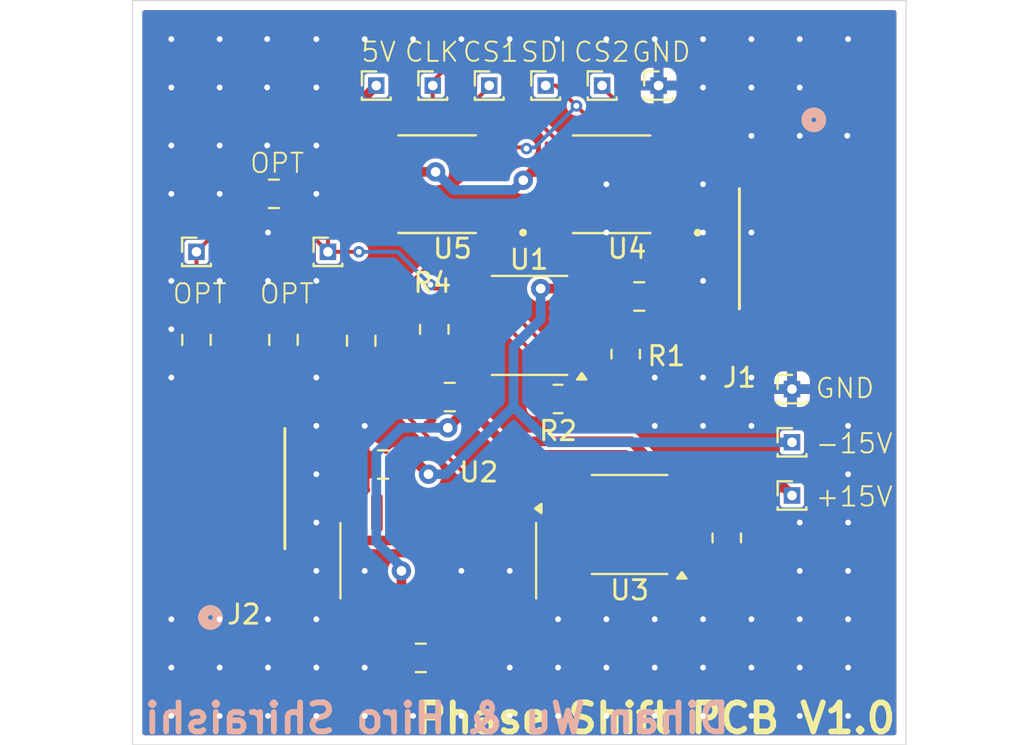
<source format=kicad_pcb>
(kicad_pcb (version 20241229) (generator "pcbnew") (generator_version "9.0")
  (layers (0 "F.Cu" signal) (2 "B.Cu" signal) (13 "F.Paste" user) (15 "B.Paste" user) (5 "F.SilkS" user "F.Silkscreen") (7 "B.SilkS" user "B.Silkscreen") (1 "F.Mask" user) (3 "B.Mask" user) (25 "Edge.Cuts" user))
  (net 0 "")
  (net 1 "Net-(C1-Pad1)")
  (net 2 "Net-(U1B--)")
  (net 3 "GND")
  (net 4 "Net-(R5-Pad2)")
  (net 5 "Net-(R5-Pad1)")
  (net 6 "-15V")
  (net 7 "+15V")
  (net 8 "Net-(U1A--)")
  (net 9 "Net-(U2C-+)")
  (net 20 "Net-(J3-Pin_1)")
  (net 21 "Net-(J2-Pad1)")
  (net 22 "/W1")
  (net 23 "+5V")
  (net 24 "CLK")
  (net 25 "SDI")
  (net 26 "/W2")
  (net 29 "Net-(J10-Pin_1)")
  (net 30 "Net-(J12-Pin_1)")
  (footprint "Connector_PinHeader_1.00mm:PinHeader_1x01_P1.00mm_Vertical" (layer "F.Cu") (at 38.1 66)
    (property "Reference" "J4" (hide yes))
    (property "Value" "Conn_01x01_Socket")
    (fp_line (start -0.745 -0.735) (end 0 -0.735) (stroke (width 0.12)) (layer "F.SilkS"))
    (fp_line (start -0.745 0) (end -0.745 -0.735) (stroke (width 0.12)) (layer "F.SilkS"))
    (fp_line (start -0.745 0.735) (end -0.745 0.61) (stroke (width 0.12)) (layer "F.SilkS"))
    (fp_line (start -0.745 0.735) (end -0.685565 0.735) (stroke (width 0.12)) (layer "F.SilkS"))
    (fp_line (start -0.745 0.735) (end 0.745 0.735) (stroke (width 0.12)) (layer "F.SilkS"))
    (fp_line (start 0.685565 0.735) (end 0.745 0.735) (stroke (width 0.12)) (layer "F.SilkS"))
    (fp_line (start 0.745 0.735) (end 0.745 0.61) (stroke (width 0.12)) (layer "F.SilkS"))
    (pad "1" thru_hole rect (at 0 0) (size 0.85 0.85) (drill 0.5) (layers "*.Cu" "*.Mask") (net 22 "/W1"))
  )
  (footprint "Capacitor_SMD:C_0805_2012Metric" (layer "F.Cu") (at 39.82 70.6 90)
    (property "Reference" "C1" (hide yes))
    (property "Value" "1n")
    (fp_line (start -0.261252 -0.735) (end 0.261252 -0.735) (stroke (width 0.12)) (layer "F.SilkS"))
    (fp_line (start -0.261252 0.735) (end 0.261252 0.735) (stroke (width 0.12)) (layer "F.SilkS"))
    (pad "1" smd roundrect (at -0.95 0 90) (size 1 1.45) (layers "F.Cu" "F.Mask" "F.Paste") (net 1 "Net-(C1-Pad1)"))
    (pad "2" smd roundrect (at 0.95 0 90) (size 1 1.45) (layers "F.Cu" "F.Mask" "F.Paste") (net 20 "Net-(J3-Pin_1)"))
  )
  (footprint "Capacitor_SMD:C_0805_2012Metric" (layer "F.Cu") (at 31.3 70.55 90)
    (property "Reference" "C4" (hide yes))
    (property "Value" "Alt2")
    (fp_line (start -0.261252 -0.735) (end 0.261252 -0.735) (stroke (width 0.12)) (layer "F.SilkS"))
    (fp_line (start -0.261252 0.735) (end 0.261252 0.735) (stroke (width 0.12)) (layer "F.SilkS"))
    (pad "1" smd roundrect (at -0.95 0 90) (size 1 1.45) (layers "F.Cu" "F.Mask" "F.Paste") (net 1 "Net-(C1-Pad1)"))
    (pad "2" smd roundrect (at 0.95 0 90) (size 1 1.45) (layers "F.Cu" "F.Mask" "F.Paste") (net 20 "Net-(J3-Pin_1)"))
  )
  (footprint "Connector_PinHeader_1.00mm:PinHeader_1x01_P1.00mm_Vertical" (layer "F.Cu") (at 52.28 57.4)
    (property "Reference" "J12" (hide yes))
    (property "Value" "Conn_01x01_Socket")
    (fp_line (start -0.745 -0.735) (end 0 -0.735) (stroke (width 0.12)) (layer "F.SilkS"))
    (fp_line (start -0.745 0) (end -0.745 -0.735) (stroke (width 0.12)) (layer "F.SilkS"))
    (fp_line (start -0.745 0.735) (end -0.745 0.61) (stroke (width 0.12)) (layer "F.SilkS"))
    (fp_line (start -0.745 0.735) (end -0.685565 0.735) (stroke (width 0.12)) (layer "F.SilkS"))
    (fp_line (start -0.745 0.735) (end 0.745 0.735) (stroke (width 0.12)) (layer "F.SilkS"))
    (fp_line (start 0.685565 0.735) (end 0.745 0.735) (stroke (width 0.12)) (layer "F.SilkS"))
    (fp_line (start 0.745 0.735) (end 0.745 0.61) (stroke (width 0.12)) (layer "F.SilkS"))
    (pad "1" thru_hole rect (at 0 0) (size 0.85 0.85) (drill 0.5) (layers "*.Cu" "*.Mask") (net 30 "Net-(J12-Pin_1)"))
  )
  (footprint "Connector_PinHeader_1.00mm:PinHeader_1x01_P1.00mm_Vertical" (layer "F.Cu") (at 43.52 57.4)
    (property "Reference" "J9" (hide yes))
    (property "Value" "Conn_01x01_Socket")
    (fp_line (start -0.745 -0.735) (end 0 -0.735) (stroke (width 0.12)) (layer "F.SilkS"))
    (fp_line (start -0.745 0) (end -0.745 -0.735) (stroke (width 0.12)) (layer "F.SilkS"))
    (fp_line (start -0.745 0.735) (end -0.745 0.61) (stroke (width 0.12)) (layer "F.SilkS"))
    (fp_line (start -0.745 0.735) (end -0.685565 0.735) (stroke (width 0.12)) (layer "F.SilkS"))
    (fp_line (start -0.745 0.735) (end 0.745 0.735) (stroke (width 0.12)) (layer "F.SilkS"))
    (fp_line (start 0.685565 0.735) (end 0.745 0.735) (stroke (width 0.12)) (layer "F.SilkS"))
    (fp_line (start 0.745 0.735) (end 0.745 0.61) (stroke (width 0.12)) (layer "F.SilkS"))
    (pad "1" thru_hole rect (at 0 0) (size 0.85 0.85) (drill 0.5) (layers "*.Cu" "*.Mask") (net 24 "CLK"))
  )
  (footprint "Connector_PinHeader_1.00mm:PinHeader_1x01_P1.00mm_Vertical" (layer "F.Cu") (at 46.44 57.4)
    (property "Reference" "J10" (hide yes))
    (property "Value" "Conn_01x01_Socket")
    (fp_line (start -0.745 -0.735) (end 0 -0.735) (stroke (width 0.12)) (layer "F.SilkS"))
    (fp_line (start -0.745 0) (end -0.745 -0.735) (stroke (width 0.12)) (layer "F.SilkS"))
    (fp_line (start -0.745 0.735) (end -0.745 0.61) (stroke (width 0.12)) (layer "F.SilkS"))
    (fp_line (start -0.745 0.735) (end -0.685565 0.735) (stroke (width 0.12)) (layer "F.SilkS"))
    (fp_line (start -0.745 0.735) (end 0.745 0.735) (stroke (width 0.12)) (layer "F.SilkS"))
    (fp_line (start 0.685565 0.735) (end 0.745 0.735) (stroke (width 0.12)) (layer "F.SilkS"))
    (fp_line (start 0.745 0.735) (end 0.745 0.61) (stroke (width 0.12)) (layer "F.SilkS"))
    (pad "1" thru_hole rect (at 0 0) (size 0.85 0.85) (drill 0.5) (layers "*.Cu" "*.Mask") (net 29 "Net-(J10-Pin_1)"))
  )
  (footprint "Resistor_SMD:R_0805_2012Metric" (layer "F.Cu") (at 58.725 80.795 -90)
    (property "Reference" "R5" (hide yes))
    (property "Value" "130")
    (fp_line (start -0.227064 0.735) (end 0.227064 0.735) (stroke (width 0.12)) (layer "F.SilkS"))
    (fp_line (start -0.227064 -0.735) (end 0.227064 -0.735) (stroke (width 0.12)) (layer "F.SilkS"))
    (pad "1" smd roundrect (at -0.9125 0 270) (size 1.025 1.4) (layers "F.Cu" "F.Mask" "F.Paste") (roundrect_rratio 0.243902) (net 5 "Net-(R5-Pad1)"))
    (pad "2" smd roundrect (at 0.9125 0 270) (size 1.025 1.4) (layers "F.Cu" "F.Mask" "F.Paste") (roundrect_rratio 0.243902) (net 4 "Net-(R5-Pad2)"))
  )
  (footprint "Resistor_SMD:R_0805_2012Metric" (layer "F.Cu") (at 50 73.61 180)
    (property "Reference" "R2" (at 0 -1.65 0) (layer "F.SilkS"))
    (property "Value" "1000")
    (fp_line (start -0.227064 0.735) (end 0.227064 0.735) (stroke (width 0.12)) (layer "F.SilkS"))
    (fp_line (start -0.227064 -0.735) (end 0.227064 -0.735) (stroke (width 0.12)) (layer "F.SilkS"))
    (pad "1" smd roundrect (at -0.9125 0 180) (size 1.025 1.4) (layers "F.Cu" "F.Mask" "F.Paste") (roundrect_rratio 0.243902) (net 1 "Net-(C1-Pad1)"))
    (pad "2" smd roundrect (at 0.9125 0 180) (size 1.025 1.4) (layers "F.Cu" "F.Mask" "F.Paste") (roundrect_rratio 0.243902) (net 2 "Net-(U1B--)"))
  )
  (footprint "Connector_PinHeader_1.00mm:PinHeader_1x01_P1.00mm_Vertical" (layer "F.Cu") (at 40.6 57.4)
    (property "Reference" "J8" (hide yes))
    (property "Value" "Conn_01x01_Socket")
    (fp_line (start -0.745 -0.735) (end 0 -0.735) (stroke (width 0.12)) (layer "F.SilkS"))
    (fp_line (start -0.745 0) (end -0.745 -0.735) (stroke (width 0.12)) (layer "F.SilkS"))
    (fp_line (start -0.745 0.735) (end -0.745 0.61) (stroke (width 0.12)) (layer "F.SilkS"))
    (fp_line (start -0.745 0.735) (end -0.685565 0.735) (stroke (width 0.12)) (layer "F.SilkS"))
    (fp_line (start -0.745 0.735) (end 0.745 0.735) (stroke (width 0.12)) (layer "F.SilkS"))
    (fp_line (start 0.685565 0.735) (end 0.745 0.735) (stroke (width 0.12)) (layer "F.SilkS"))
    (fp_line (start 0.745 0.735) (end 0.745 0.61) (stroke (width 0.12)) (layer "F.SilkS"))
    (pad "1" thru_hole rect (at 0 0) (size 0.85 0.85) (drill 0.5) (layers "*.Cu" "*.Mask") (net 23 "+5V"))
  )
  (footprint "Capacitor_SMD:C_0805_2012Metric" (layer "F.Cu") (at 40.95 77 180)
    (property "Reference" "C7" (hide yes))
    (property "Value" "100n")
    (fp_line (start -0.261252 0.735) (end 0.261252 0.735) (stroke (width 0.12)) (layer "F.SilkS"))
    (fp_line (start -0.261252 -0.735) (end 0.261252 -0.735) (stroke (width 0.12)) (layer "F.SilkS"))
    (pad "1" smd roundrect (at -0.95 0 180) (size 1 1.45) (layers "F.Cu" "F.Mask" "F.Paste") (net 6 "-15V"))
    (pad "2" smd roundrect (at 0.95 0 180) (size 1 1.45) (layers "F.Cu" "F.Mask" "F.Paste") (net 3 "GND"))
  )
  (footprint "Connector_PinHeader_1.00mm:PinHeader_1x01_P1.00mm_Vertical" (layer "F.Cu") (at 62.1 75.85)
    (property "Reference" "J6" (hide yes))
    (property "Value" "Conn_01x01_Pin")
    (fp_line (start -0.745 -0.735) (end 0 -0.735) (stroke (width 0.12)) (layer "F.SilkS"))
    (fp_line (start -0.745 0) (end -0.745 -0.735) (stroke (width 0.12)) (layer "F.SilkS"))
    (fp_line (start -0.745 0.735) (end -0.745 0.61) (stroke (width 0.12)) (layer "F.SilkS"))
    (fp_line (start -0.745 0.735) (end -0.685565 0.735) (stroke (width 0.12)) (layer "F.SilkS"))
    (fp_line (start -0.745 0.735) (end 0.745 0.735) (stroke (width 0.12)) (layer "F.SilkS"))
    (fp_line (start 0.685565 0.735) (end 0.745 0.735) (stroke (width 0.12)) (layer "F.SilkS"))
    (fp_line (start 0.745 0.735) (end 0.745 0.61) (stroke (width 0.12)) (layer "F.SilkS"))
    (pad "1" thru_hole rect (at 0 0) (size 0.85 0.85) (drill 0.5) (layers "*.Cu" "*.Mask") (net 6 "-15V"))
  )
  (footprint "Capacitor_SMD:C_0805_2012Metric" (layer "F.Cu") (at 35.8 70.55 90)
    (property "Reference" "C2" (hide yes))
    (property "Value" "Alt1")
    (fp_line (start -0.261252 -0.735) (end 0.261252 -0.735) (stroke (width 0.12)) (layer "F.SilkS"))
    (fp_line (start -0.261252 0.735) (end 0.261252 0.735) (stroke (width 0.12)) (layer "F.SilkS"))
    (pad "1" smd roundrect (at -0.95 0 90) (size 1 1.45) (layers "F.Cu" "F.Mask" "F.Paste") (net 1 "Net-(C1-Pad1)"))
    (pad "2" smd roundrect (at 0.95 0 90) (size 1 1.45) (layers "F.Cu" "F.Mask" "F.Paste") (net 20 "Net-(J3-Pin_1)"))
  )
  (footprint "Library:CONN_132414_AMP" (layer "F.Cu") (at 66.6435 65.8418 -90)
    (property "Reference" "J1" (at 6.6582 7.2644 0) (layer "F.SilkS"))
    (property "Value" "SMA-J-P-H-ST-EM1")
    (fp_line (start -3.10896 7.2644) (end 3.10896 7.2644) (stroke (width 0.1524)) (layer "F.SilkS"))
    (fp_circle (center -6.6675 3.4163) (end -6.2865 3.4163) (stroke (width 0.508)) (fill no) (layer "F.SilkS"))
    (fp_circle (center -6.6675 3.4163) (end -6.2865 3.4163) (stroke (width 0.508)) (fill no) (layer "B.SilkS"))
    (pad "1" smd rect (at 0 3.4163 270) (size 1.4986 2.0574) (layers "F.Cu" "F.Mask" "F.Paste") (net 8 "Net-(U1A--)"))
    (pad "2" smd rect (at -4.2418 5.1435 270) (size 1.6002 4.9022) (layers "F.Cu" "F.Mask" "F.Paste") (net 3 "GND"))
    (pad "3" smd rect (at 4.2418 5.1435 270) (size 1.6002 4.9022) (layers "F.Cu" "F.Mask" "F.Paste") (net 3 "GND"))
  )
  (footprint "Capacitor_SMD:C_0805_2012Metric" (layer "F.Cu") (at 35.3 63)
    (property "Reference" "C3" (hide yes))
    (property "Value" "Alt")
    (fp_line (start -0.261252 -0.735) (end 0.261252 -0.735) (stroke (width 0.12)) (layer "F.SilkS"))
    (fp_line (start -0.261252 0.735) (end 0.261252 0.735) (stroke (width 0.12)) (layer "F.SilkS"))
    (pad "1" smd roundrect (at -0.95 0) (size 1 1.45) (layers "F.Cu" "F.Mask" "F.Paste") (net 20 "Net-(J3-Pin_1)"))
    (pad "2" smd roundrect (at 0.95 0) (size 1 1.45) (layers "F.Cu" "F.Mask" "F.Paste") (net 22 "/W1"))
  )
  (footprint "Connector_PinHeader_1.00mm:PinHeader_1x01_P1.00mm_Vertical" (layer "F.Cu") (at 49.36 57.4)
    (property "Reference" "J11" (hide yes))
    (property "Value" "Conn_01x01_Socket")
    (fp_line (start -0.745 -0.735) (end 0 -0.735) (stroke (width 0.12)) (layer "F.SilkS"))
    (fp_line (start -0.745 0) (end -0.745 -0.735) (stroke (width 0.12)) (layer "F.SilkS"))
    (fp_line (start -0.745 0.735) (end -0.745 0.61) (stroke (width 0.12)) (layer "F.SilkS"))
    (fp_line (start -0.745 0.735) (end -0.685565 0.735) (stroke (width 0.12)) (layer "F.SilkS"))
    (fp_line (start -0.745 0.735) (end 0.745 0.735) (stroke (width 0.12)) (layer "F.SilkS"))
    (fp_line (start 0.685565 0.735) (end 0.745 0.735) (stroke (width 0.12)) (layer "F.SilkS"))
    (fp_line (start 0.745 0.735) (end 0.745 0.61) (stroke (width 0.12)) (layer "F.SilkS"))
    (pad "1" thru_hole rect (at 0 0) (size 0.85 0.85) (drill 0.5) (layers "*.Cu" "*.Mask") (net 25 "SDI"))
  )
  (footprint "Capacitor_SMD:C_0805_2012Metric" (layer "F.Cu") (at 44.4 73.51 180)
    (property "Reference" "C5" (hide yes))
    (property "Value" "100n")
    (fp_line (start -0.261252 0.735) (end 0.261252 0.735) (stroke (width 0.12)) (layer "F.SilkS"))
    (fp_line (start -0.261252 -0.735) (end 0.261252 -0.735) (stroke (width 0.12)) (layer "F.SilkS"))
    (pad "1" smd roundrect (at -0.95 0 180) (size 1 1.45) (layers "F.Cu" "F.Mask" "F.Paste") (net 7 "+15V"))
    (pad "2" smd roundrect (at 0.95 0 180) (size 1 1.45) (layers "F.Cu" "F.Mask" "F.Paste") (net 3 "GND"))
  )
  (footprint "Connector_PinHeader_1.00mm:PinHeader_1x01_P1.00mm_Vertical" (layer "F.Cu") (at 62.1 78.6)
    (property "Reference" "J7" (hide yes))
    (property "Value" "Conn_01x01_Pin")
    (fp_line (start -0.745 -0.735) (end 0 -0.735) (stroke (width 0.12)) (layer "F.SilkS"))
    (fp_line (start -0.745 0) (end -0.745 -0.735) (stroke (width 0.12)) (layer "F.SilkS"))
    (fp_line (start -0.745 0.735) (end -0.745 0.61) (stroke (width 0.12)) (layer "F.SilkS"))
    (fp_line (start -0.745 0.735) (end -0.685565 0.735) (stroke (width 0.12)) (layer "F.SilkS"))
    (fp_line (start -0.745 0.735) (end 0.745 0.735) (stroke (width 0.12)) (layer "F.SilkS"))
    (fp_line (start 0.685565 0.735) (end 0.745 0.735) (stroke (width 0.12)) (layer "F.SilkS"))
    (fp_line (start 0.745 0.735) (end 0.745 0.61) (stroke (width 0.12)) (layer "F.SilkS"))
    (pad "1" thru_hole rect (at 0 0) (size 0.85 0.85) (drill 0.5) (layers "*.Cu" "*.Mask") (net 7 "+15V"))
  )
  (footprint "Capacitor_SMD:C_0805_2012Metric" (layer "F.Cu") (at 42.9 87)
    (property "Reference" "C8" (hide yes))
    (property "Value" "100n")
    (fp_line (start -0.261252 -0.735) (end 0.261252 -0.735) (stroke (width 0.12)) (layer "F.SilkS"))
    (fp_line (start -0.261252 0.735) (end 0.261252 0.735) (stroke (width 0.12)) (layer "F.SilkS"))
    (pad "1" smd roundrect (at -0.95 0) (size 1 1.45) (layers "F.Cu" "F.Mask" "F.Paste") (net 7 "+15V"))
    (pad "2" smd roundrect (at 0.95 0) (size 1 1.45) (layers "F.Cu" "F.Mask" "F.Paste") (net 3 "GND"))
  )
  (footprint "Library:SOIC127P600X175-8N" (layer "F.Cu") (at 52.775 62.505 180)
    (property "Reference" "U4" (at -0.795 -3.337 0) (layer "F.SilkS"))
    (property "Value" "AD8400ARZ10-REEL")
    (fp_line (start -2 2.525) (end 2 2.525) (stroke (width 0.127)) (layer "F.SilkS"))
    (fp_line (start -2 -2.525) (end 2 -2.525) (stroke (width 0.127)) (layer "F.SilkS"))
    (fp_circle (center -4.445 -2.505) (end -4.345 -2.505) (stroke (width 0.2)) (fill no) (layer "F.SilkS"))
    (pad "1" smd roundrect (at -2.475 -1.905 180) (size 1.97 0.6) (layers "F.Cu" "F.Mask" "F.Paste") (roundrect_rratio 0.125))
    (pad "2" smd roundrect (at -2.475 -0.635 180) (size 1.97 0.6) (layers "F.Cu" "F.Mask" "F.Paste") (roundrect_rratio 0.125) (net 3 "GND"))
    (pad "3" smd roundrect (at -2.475 0.635 180) (size 1.97 0.6) (layers "F.Cu" "F.Mask" "F.Paste") (roundrect_rratio 0.125) (net 30 "Net-(J12-Pin_1)"))
    (pad "4" smd roundrect (at -2.475 1.905 180) (size 1.97 0.6) (layers "F.Cu" "F.Mask" "F.Paste") (roundrect_rratio 0.125) (net 25 "SDI"))
    (pad "5" smd roundrect (at 2.475 1.905 180) (size 1.97 0.6) (layers "F.Cu" "F.Mask" "F.Paste") (roundrect_rratio 0.125) (net 24 "CLK"))
    (pad "6" smd roundrect (at 2.475 0.635 180) (size 1.97 0.6) (layers "F.Cu" "F.Mask" "F.Paste") (roundrect_rratio 0.125) (net 23 "+5V"))
    (pad "7" smd roundrect (at 2.475 -0.635 180) (size 1.97 0.6) (layers "F.Cu" "F.Mask" "F.Paste") (roundrect_rratio 0.125) (net 26 "/W2"))
    (pad "8" smd roundrect (at 2.475 -1.905 180) (size 1.97 0.6) (layers "F.Cu" "F.Mask" "F.Paste") (roundrect_rratio 0.125) (net 3 "GND"))
  )
  (footprint "Connector_PinHeader_1.00mm:PinHeader_1x01_P1.00mm_Vertical" (layer "F.Cu") (at 62.1 73.1)
    (property "Reference" "J5" (hide yes))
    (property "Value" "Conn_01x01_Pin")
    (fp_line (start -0.745 -0.735) (end 0 -0.735) (stroke (width 0.12)) (layer "F.SilkS"))
    (fp_line (start -0.745 0) (end -0.745 -0.735) (stroke (width 0.12)) (layer "F.SilkS"))
    (fp_line (start -0.745 0.735) (end -0.745 0.61) (stroke (width 0.12)) (layer "F.SilkS"))
    (fp_line (start -0.745 0.735) (end -0.685565 0.735) (stroke (width 0.12)) (layer "F.SilkS"))
    (fp_line (start -0.745 0.735) (end 0.745 0.735) (stroke (width 0.12)) (layer "F.SilkS"))
    (fp_line (start 0.685565 0.735) (end 0.745 0.735) (stroke (width 0.12)) (layer "F.SilkS"))
    (fp_line (start 0.745 0.735) (end 0.745 0.61) (stroke (width 0.12)) (layer "F.SilkS"))
    (pad "1" thru_hole rect (at 0 0) (size 0.85 0.85) (drill 0.5) (layers "*.Cu" "*.Mask") (net 3 "GND"))
  )
  (footprint "Connector_PinHeader_1.00mm:PinHeader_1x01_P1.00mm_Vertical" (layer "F.Cu") (at 55.2 57.4)
    (property "Reference" "J13" (hide yes))
    (property "Value" "Conn_01x01_Socket")
    (fp_line (start -0.745 -0.735) (end 0 -0.735) (stroke (width 0.12)) (layer "F.SilkS"))
    (fp_line (start -0.745 0) (end -0.745 -0.735) (stroke (width 0.12)) (layer "F.SilkS"))
    (fp_line (start -0.745 0.735) (end -0.745 0.61) (stroke (width 0.12)) (layer "F.SilkS"))
    (fp_line (start -0.745 0.735) (end -0.685565 0.735) (stroke (width 0.12)) (layer "F.SilkS"))
    (fp_line (start -0.745 0.735) (end 0.745 0.735) (stroke (width 0.12)) (layer "F.SilkS"))
    (fp_line (start 0.685565 0.735) (end 0.745 0.735) (stroke (width 0.12)) (layer "F.SilkS"))
    (fp_line (start 0.745 0.735) (end 0.745 0.61) (stroke (width 0.12)) (layer "F.SilkS"))
    (pad "1" thru_hole rect (at 0 0) (size 0.85 0.85) (drill 0.5) (layers "*.Cu" "*.Mask") (net 3 "GND"))
  )
  (footprint "Connector_PinHeader_1.00mm:PinHeader_1x01_P1.00mm_Vertical" (layer "F.Cu") (at 31.3 66)
    (property "Reference" "J3" (hide yes))
    (property "Value" "Conn_01x01_Socket")
    (fp_line (start -0.745 -0.735) (end 0 -0.735) (stroke (width 0.12)) (layer "F.SilkS"))
    (fp_line (start -0.745 0) (end -0.745 -0.735) (stroke (width 0.12)) (layer "F.SilkS"))
    (fp_line (start -0.745 0.735) (end -0.745 0.61) (stroke (width 0.12)) (layer "F.SilkS"))
    (fp_line (start -0.745 0.735) (end -0.685565 0.735) (stroke (width 0.12)) (layer "F.SilkS"))
    (fp_line (start -0.745 0.735) (end 0.745 0.735) (stroke (width 0.12)) (layer "F.SilkS"))
    (fp_line (start 0.685565 0.735) (end 0.745 0.735) (stroke (width 0.12)) (layer "F.SilkS"))
    (fp_line (start 0.745 0.735) (end 0.745 0.61) (stroke (width 0.12)) (layer "F.SilkS"))
    (pad "1" thru_hole rect (at 0 0) (size 0.85 0.85) (drill 0.5) (layers "*.Cu" "*.Mask") (net 20 "Net-(J3-Pin_1)"))
  )
  (footprint "Library:CONN_132414_AMP" (layer "F.Cu") (at 28.6065 78.2418 90)
    (property "Reference" "J2" (at -6.5082 5.1435 0) (layer "F.SilkS"))
    (property "Value" "SMA-J-P-H-ST-EM1")
    (fp_line (start -3.10896 7.2644) (end 3.10896 7.2644) (stroke (width 0.1524)) (layer "F.SilkS"))
    (fp_circle (center -6.6675 3.4163) (end -6.2865 3.4163) (stroke (width 0.508)) (fill no) (layer "F.SilkS"))
    (fp_circle (center -6.6675 3.4163) (end -6.2865 3.4163) (stroke (width 0.508)) (fill no) (layer "B.SilkS"))
    (pad "1" smd rect (at 0 3.4163 90) (size 1.4986 2.0574) (layers "F.Cu" "F.Mask" "F.Paste") (net 21 "Net-(J2-Pad1)"))
    (pad "2" smd rect (at -4.2418 5.1435 90) (size 1.6002 4.9022) (layers "F.Cu" "F.Mask" "F.Paste") (net 3 "GND"))
    (pad "3" smd rect (at 4.2418 5.1435 90) (size 1.6002 4.9022) (layers "F.Cu" "F.Mask" "F.Paste") (net 3 "GND"))
  )
  (footprint "Package_SO:SOIC-8_3.9x4.9mm_P1.27mm" (layer "F.Cu") (at 48.525 69.805 180)
    (property "Reference" "U1" (at 0.025 3.405 0) (layer "F.SilkS"))
    (property "Value" "OPA2134")
    (fp_line (start 0 2.56) (end 1.95 2.56) (stroke (width 0.12)) (layer "F.SilkS"))
    (fp_line (start 0 2.56) (end -1.95 2.56) (stroke (width 0.12)) (layer "F.SilkS"))
    (fp_line (start 0 -2.56) (end 1.95 -2.56) (stroke (width 0.12)) (layer "F.SilkS"))
    (fp_line (start 0 -2.56) (end -1.95 -2.56) (stroke (width 0.12)) (layer "F.SilkS"))
    (fp_poly (pts (xy -2.7 -2.465) (xy -2.94 -2.795) (xy -2.46 -2.795)) (stroke (width 0.12)) (fill yes) (layer "F.SilkS"))
    (pad "1" smd roundrect (at -2.475 -1.905 180) (size 1.95 0.6) (layers "F.Cu" "F.Mask" "F.Paste") (net 1 "Net-(C1-Pad1)"))
    (pad "2" smd roundrect (at -2.475 -0.635 180) (size 1.95 0.6) (layers "F.Cu" "F.Mask" "F.Paste") (net 8 "Net-(U1A--)"))
    (pad "3" smd roundrect (at -2.475 0.635 180) (size 1.95 0.6) (layers "F.Cu" "F.Mask" "F.Paste") (net 3 "GND"))
    (pad "4" smd roundrect (at -2.475 1.905 180) (size 1.95 0.6) (layers "F.Cu" "F.Mask" "F.Paste") (net 6 "-15V"))
    (pad "5" smd roundrect (at 2.475 1.905 180) (size 1.95 0.6) (layers "F.Cu" "F.Mask" "F.Paste") (net 22 "/W1"))
    (pad "6" smd roundrect (at 2.475 0.635 180) (size 1.95 0.6) (layers "F.Cu" "F.Mask" "F.Paste") (net 2 "Net-(U1B--)"))
    (pad "7" smd roundrect (at 2.475 -0.635 180) (size 1.95 0.6) (layers "F.Cu" "F.Mask" "F.Paste") (net 9 "Net-(U2C-+)"))
    (pad "8" smd roundrect (at 2.475 -1.905 180) (size 1.95 0.6) (layers "F.Cu" "F.Mask" "F.Paste") (net 7 "+15V"))
  )
  (footprint "Capacitor_SMD:C_0805_2012Metric" (layer "F.Cu") (at 54.2 68.31)
    (property "Reference" "C6" (hide yes))
    (property "Value" "100n")
    (fp_line (start -0.261252 -0.735) (end 0.261252 -0.735) (stroke (width 0.12)) (layer "F.SilkS"))
    (fp_line (start -0.261252 0.735) (end 0.261252 0.735) (stroke (width 0.12)) (layer "F.SilkS"))
    (pad "1" smd roundrect (at -0.95 0) (size 1 1.45) (layers "F.Cu" "F.Mask" "F.Paste") (net 6 "-15V"))
    (pad "2" smd roundrect (at 0.95 0) (size 1 1.45) (layers "F.Cu" "F.Mask" "F.Paste") (net 3 "GND"))
  )
  (footprint "Package_SO:SOIC-8_3.9x4.9mm_P1.27mm" (layer "F.Cu") (at 53.7 80.1 180)
    (property "Reference" "U3" (at 0 -3.4 0) (layer "F.SilkS"))
    (property "Value" "LM334M")
    (fp_line (start 0 2.56) (end 1.95 2.56) (stroke (width 0.12)) (layer "F.SilkS"))
    (fp_line (start 0 2.56) (end -1.95 2.56) (stroke (width 0.12)) (layer "F.SilkS"))
    (fp_line (start 0 -2.56) (end 1.95 -2.56) (stroke (width 0.12)) (layer "F.SilkS"))
    (fp_line (start 0 -2.56) (end -1.95 -2.56) (stroke (width 0.12)) (layer "F.SilkS"))
    (fp_poly (pts (xy -2.7 -2.465) (xy -2.94 -2.795) (xy -2.46 -2.795)) (stroke (width 0.12)) (fill yes) (layer "F.SilkS"))
    (pad "1" smd roundrect (at -2.475 -1.905 180) (size 1.95 0.6) (layers "F.Cu" "F.Mask" "F.Paste") (net 4 "Net-(R5-Pad2)"))
    (pad "2" smd roundrect (at -2.475 -0.635 180) (size 1.95 0.6) (layers "F.Cu" "F.Mask" "F.Paste") (net 5 "Net-(R5-Pad1)"))
    (pad "3" smd roundrect (at -2.475 0.635 180) (size 1.95 0.6) (layers "F.Cu" "F.Mask" "F.Paste") (net 5 "Net-(R5-Pad1)"))
    (pad "4" smd roundrect (at -2.475 1.905 180) (size 1.95 0.6) (layers "F.Cu" "F.Mask" "F.Paste") (net 7 "+15V"))
    (pad "5" smd roundrect (at 2.475 1.905 180) (size 1.95 0.6) (layers "F.Cu" "F.Mask" "F.Paste"))
    (pad "6" smd roundrect (at 2.475 0.635 180) (size 1.95 0.6) (layers "F.Cu" "F.Mask" "F.Paste") (net 5 "Net-(R5-Pad1)"))
    (pad "7" smd roundrect (at 2.475 -0.635 180) (size 1.95 0.6) (layers "F.Cu" "F.Mask" "F.Paste") (net 5 "Net-(R5-Pad1)"))
    (pad "8" smd roundrect (at 2.475 -1.905 180) (size 1.95 0.6) (layers "F.Cu" "F.Mask" "F.Paste"))
  )
  (footprint "Library:SOIC127P600X175-8N" (layer "F.Cu") (at 43.745 62.5 180)
    (property "Reference" "U5" (at -0.795 -3.337 0) (layer "F.SilkS"))
    (property "Value" "AD8400ARZ1-REEL")
    (fp_line (start -2 2.525) (end 2 2.525) (stroke (width 0.127)) (layer "F.SilkS"))
    (fp_line (start -2 -2.525) (end 2 -2.525) (stroke (width 0.127)) (layer "F.SilkS"))
    (fp_circle (center -4.445 -2.505) (end -4.345 -2.505) (stroke (width 0.2)) (fill no) (layer "F.SilkS"))
    (pad "1" smd roundrect (at -2.475 -1.905 180) (size 1.97 0.6) (layers "F.Cu" "F.Mask" "F.Paste") (roundrect_rratio 0.125))
    (pad "2" smd roundrect (at -2.475 -0.635 180) (size 1.97 0.6) (layers "F.Cu" "F.Mask" "F.Paste") (roundrect_rratio 0.125) (net 3 "GND"))
    (pad "3" smd roundrect (at -2.475 0.635 180) (size 1.97 0.6) (layers "F.Cu" "F.Mask" "F.Paste") (roundrect_rratio 0.125) (net 29 "Net-(J10-Pin_1)"))
    (pad "4" smd roundrect (at -2.475 1.905 180) (size 1.97 0.6) (layers "F.Cu" "F.Mask" "F.Paste") (roundrect_rratio 0.125) (net 25 "SDI"))
    (pad "5" smd roundrect (at 2.475 1.905 180) (size 1.97 0.6) (layers "F.Cu" "F.Mask" "F.Paste") (roundrect_rratio 0.125) (net 24 "CLK"))
    (pad "6" smd roundrect (at 2.475 0.635 180) (size 1.97 0.6) (layers "F.Cu" "F.Mask" "F.Paste") (roundrect_rratio 0.125) (net 23 "+5V"))
    (pad "7" smd roundrect (at 2.475 -0.635 180) (size 1.97 0.6) (layers "F.Cu" "F.Mask" "F.Paste") (roundrect_rratio 0.125) (net 22 "/W1"))
    (pad "8" smd roundrect (at 2.475 -1.905 180) (size 1.97 0.6) (layers "F.Cu" "F.Mask" "F.Paste") (roundrect_rratio 0.125) (net 26 "/W2"))
  )
  (footprint "Resistor_SMD:R_0805_2012Metric" (layer "F.Cu") (at 53.5 71.2875 -90)
    (property "Reference" "R1" (at 0.1025 -2.1 180) (layer "F.SilkS"))
    (property "Value" "100")
    (fp_line (start -0.227064 0.735) (end 0.227064 0.735) (stroke (width 0.12)) (layer "F.SilkS"))
    (fp_line (start -0.227064 -0.735) (end 0.227064 -0.735) (stroke (width 0.12)) (layer "F.SilkS"))
    (pad "1" smd roundrect (at -0.9125 0 270) (size 1.025 1.4) (layers "F.Cu" "F.Mask" "F.Paste") (roundrect_rratio 0.243902) (net 8 "Net-(U1A--)"))
    (pad "2" smd roundrect (at 0.9125 0 270) (size 1.025 1.4) (layers "F.Cu" "F.Mask" "F.Paste") (roundrect_rratio 0.243902) (net 1 "Net-(C1-Pad1)"))
  )
  (footprint "Resistor_SMD:R_0805_2012Metric" (layer "F.Cu") (at 43.6 70.01 -90)
    (property "Reference" "R4" (at -2.41 0.1 180) (layer "F.SilkS"))
    (property "Value" "1000")
    (fp_line (start -0.227064 0.735) (end 0.227064 0.735) (stroke (width 0.12)) (layer "F.SilkS"))
    (fp_line (start -0.227064 -0.735) (end 0.227064 -0.735) (stroke (width 0.12)) (layer "F.SilkS"))
    (pad "1" smd roundrect (at -0.9125 0 270) (size 1.025 1.4) (layers "F.Cu" "F.Mask" "F.Paste") (roundrect_rratio 0.243902) (net 2 "Net-(U1B--)"))
    (pad "2" smd roundrect (at 0.9125 0 270) (size 1.025 1.4) (layers "F.Cu" "F.Mask" "F.Paste") (roundrect_rratio 0.243902) (net 9 "Net-(U2C-+)"))
  )
  (footprint "Package_SO:SOIC-16_3.9x9.9mm_P1.27mm" (layer "F.Cu") (at 43.805 81.975 -90)
    (property "Reference" "U2" (at -4.575 -2.095 180) (layer "F.SilkS"))
    (property "Value" "LM13700")
    (fp_line (start 0 5.06) (end -1.95 5.06) (stroke (width 0.12)) (layer "F.SilkS"))
    (fp_line (start 0 5.06) (end 1.95 5.06) (stroke (width 0.12)) (layer "F.SilkS"))
    (fp_line (start 0 -5.06) (end -1.95 -5.06) (stroke (width 0.12)) (layer "F.SilkS"))
    (fp_line (start 0 -5.06) (end 1.95 -5.06) (stroke (width 0.12)) (layer "F.SilkS"))
    (fp_poly (pts (xy -2.7 -5.005) (xy -2.94 -5.335) (xy -2.46 -5.335)) (stroke (width 0.12)) (fill yes) (layer "F.SilkS"))
    (pad "1" smd roundrect (at -2.475 -4.445 270) (size 1.95 0.6) (layers "F.Cu" "F.Mask" "F.Paste") (net 5 "Net-(R5-Pad1)"))
    (pad "2" smd roundrect (at -2.475 -3.175 270) (size 1.95 0.6) (layers "F.Cu" "F.Mask" "F.Paste"))
    (pad "3" smd roundrect (at -2.475 -1.905 270) (size 1.95 0.6) (layers "F.Cu" "F.Mask" "F.Paste") (net 9 "Net-(U2C-+)"))
    (pad "4" smd roundrect (at -2.475 -0.635 270) (size 1.95 0.6) (layers "F.Cu" "F.Mask" "F.Paste") (net 3 "GND"))
    (pad "5" smd roundrect (at -2.475 0.635 270) (size 1.95 0.6) (layers "F.Cu" "F.Mask" "F.Paste") (net 21 "Net-(J2-Pad1)"))
    (pad "6" smd roundrect (at -2.475 1.905 270) (size 1.95 0.6) (layers "F.Cu" "F.Mask" "F.Paste") (net 6 "-15V"))
    (pad "7" smd roundrect (at -2.475 3.175 270) (size 1.95 0.6) (layers "F.Cu" "F.Mask" "F.Paste"))
    (pad "8" smd roundrect (at -2.475 4.445 270) (size 1.95 0.6) (layers "F.Cu" "F.Mask" "F.Paste"))
    (pad "9" smd roundrect (at 2.475 4.445 270) (size 1.95 0.6) (layers "F.Cu" "F.Mask" "F.Paste"))
    (pad "10" smd roundrect (at 2.475 3.175 270) (size 1.95 0.6) (layers "F.Cu" "F.Mask" "F.Paste"))
    (pad "11" smd roundrect (at 2.475 1.905 270) (size 1.95 0.6) (layers "F.Cu" "F.Mask" "F.Paste") (net 7 "+15V"))
    (pad "12" smd roundrect (at 2.475 0.635 270) (size 1.95 0.6) (layers "F.Cu" "F.Mask" "F.Paste"))
    (pad "13" smd roundrect (at 2.475 -0.635 270) (size 1.95 0.6) (layers "F.Cu" "F.Mask" "F.Paste"))
    (pad "14" smd roundrect (at 2.475 -1.905 270) (size 1.95 0.6) (layers "F.Cu" "F.Mask" "F.Paste"))
    (pad "15" smd roundrect (at 2.475 -3.175 270) (size 1.95 0.6) (layers "F.Cu" "F.Mask" "F.Paste"))
    (pad "16" smd roundrect (at 2.475 -4.445 270) (size 1.95 0.6) (layers "F.Cu" "F.Mask" "F.Paste"))
  )
  (gr_rect (start 28 53) (end 68 91.5) (stroke (width 0.05)) (fill no) (layer "Edge.Cuts"))
  (gr_text "OPT\n" (at 34.5 68.75 0) (layer "F.SilkS") (effects (font (size 1 1) (thickness 0.1)) (justify left bottom)))
  (gr_text "5V\n" (at 39.75 56.25 0) (layer "F.SilkS") (effects (font (size 1 1) (thickness 0.1)) (justify left bottom)))
  (gr_text "GND\n" (at 53.75 56.25 0) (layer "F.SilkS") (effects (font (size 1 1) (thickness 0.1)) (justify left bottom)))
  (gr_text "CS1\n" (at 45 56.25 0) (layer "F.SilkS") (effects (font (size 1 1) (thickness 0.1)) (justify left bottom)))
  (gr_text "GND\n\n" (at 63.25 75.25 0) (layer "F.SilkS") (effects (font (size 1 1) (thickness 0.1)) (justify left bottom)))
  (gr_text "+15V\n" (at 63.25 79.25 0) (layer "F.SilkS") (effects (font (size 1 1) (thickness 0.1)) (justify left bottom)))
  (gr_text "OPT\n" (at 30 68.75 0) (layer "F.SilkS") (effects (font (size 1 1) (thickness 0.1)) (justify left bottom)))
  (gr_text "-15V\n" (at 63.25 76.5 0) (layer "F.SilkS") (effects (font (size 1 1) (thickness 0.1)) (justify left bottom)))
  (gr_text "Phase Shift PCB V1.0" (at 42.5 91 0) (layer "F.SilkS") (effects (font (size 1.5 1.5) (thickness 0.3) (bold yes)) (justify left bottom)))
  (gr_text "CLK\n" (at 42 56.25 0) (layer "F.SilkS") (effects (font (size 1 1) (thickness 0.1)) (justify left bottom)))
  (gr_text "SDI\n" (at 48 56.25 0) (layer "F.SilkS") (effects (font (size 1 1) (thickness 0.1)) (justify left bottom)))
  (gr_text "CS2\n" (at 50.75 56.25 0) (layer "F.SilkS") (effects (font (size 1 1) (thickness 0.1)) (justify left bottom)))
  (gr_text "OPT\n" (at 34 62 0) (layer "F.SilkS") (effects (font (size 1 1) (thickness 0.1)) (justify left bottom)))
  (gr_text "Dihan Wu & Hiro Shiraishi" (at 59 91 0) (layer "B.SilkS") (effects (font (size 1.5 1.5) (thickness 0.3) (bold yes)) (justify left bottom mirror)))
  (segment (start 50.9125 71.7975) (end 51 71.71) (width 0.2) (layer "F.Cu") (net 1))
  (segment (start 50.9125 73.61) (end 50.9125 71.7975) (width 0.2) (layer "F.Cu") (net 1))
  (segment (start 42.1 67.9) (end 42.1 69.27) (width 0.2) (layer "F.Cu") (net 1))
  (segment (start 48 67.6) (end 47.1 66.7) (width 0.2) (layer "F.Cu") (net 1))
  (segment (start 50.21 71.71) (end 48 69.5) (width 0.2) (layer "F.Cu") (net 1))
  (segment (start 43.3 66.7) (end 42.1 67.9) (width 0.2) (layer "F.Cu") (net 1))
  (segment (start 53.01 71.71) (end 53.5 72.2) (width 0.2) (layer "F.Cu") (net 1))
  (segment (start 42.1 69.27) (end 39.82 71.55) (width 0.2) (layer "F.Cu") (net 1))
  (segment (start 51 71.71) (end 53.01 71.71) (width 0.2) (layer "F.Cu") (net 1))
  (segment (start 47.1 66.7) (end 43.3 66.7) (width 0.2) (layer "F.Cu") (net 1))
  (segment (start 48 69.5) (end 48 67.6) (width 0.2) (layer "F.Cu") (net 1))
  (segment (start 31.3 71.5) (end 39.8 71.5) (width 0.2) (layer "F.Cu") (net 1))
  (segment (start 51 71.71) (end 50.21 71.71) (width 0.2) (layer "F.Cu") (net 1))
  (segment (start 46.05 69.17) (end 46.67 69.17) (width 0.2) (layer "F.Cu") (net 2))
  (segment (start 46.05 69.17) (end 43.6725 69.17) (width 0.2) (layer "F.Cu") (net 2))
  (segment (start 43.6725 69.17) (end 43.6 69.0975) (width 0.2) (layer "F.Cu") (net 2))
  (segment (start 49.0875 71.5875) (end 49.0875 73.61) (width 0.2) (layer "F.Cu") (net 2))
  (segment (start 46.67 69.17) (end 49.0875 71.5875) (width 0.2) (layer "F.Cu") (net 2))
  (via (at 30 72.5) (size 0.6) (drill 0.3) (layers "F.Cu" "B.Cu") (net 3))
  (via (at 32.5 55) (size 0.6) (drill 0.3) (layers "F.Cu" "B.Cu") (net 3))
  (via (at 57.5 87.5) (size 0.6) (drill 0.3) (layers "F.Cu" "B.Cu") (net 3))
  (via (at 47.5 87.5) (size 0.6) (drill 0.3) (layers "F.Cu" "B.Cu") (net 3))
  (via (at 32.5 87.5) (size 0.6) (drill 0.3) (layers "F.Cu" "B.Cu") (net 3))
  (via (at 32.5 57.5) (size 0.6) (drill 0.3) (layers "F.Cu" "B.Cu") (net 3))
  (via (at 30 63) (size 0.6) (drill 0.3) (layers "F.Cu" "B.Cu") (net 3))
  (via (at 65 82.5) (size 0.6) (drill 0.3) (layers "F.Cu" "B.Cu") (net 3))
  (via (at 65 77.5) (size 0.6) (drill 0.3) (layers "F.Cu" "B.Cu") (net 3))
  (via (at 30 90) (size 0.6) (drill 0.3) (layers "F.Cu" "B.Cu") (net 3))
  (via (at 65 90) (size 0.6) (drill 0.3) (layers "F.Cu" "B.Cu") (net 3))
  (via (at 55 90) (size 0.6) (drill 0.3) (layers "F.Cu" "B.Cu") (net 3))
  (via (at 60 87.5) (size 0.6) (drill 0.3) (layers "F.Cu" "B.Cu") (net 3))
  (via (at 35 67.5) (size 0.6) (drill 0.3) (layers "F.Cu" "B.Cu") (net 3))
  (via (at 30 60.5) (size 0.6) (drill 0.3) (layers "F.Cu" "B.Cu") (net 3))
  (via (at 35 90) (size 0.6) (drill 0.3) (layers "F.Cu" "B.Cu") (net 3))
  (via (at 57.5 57.5) (size 0.6) (drill 0.3) (layers "F.Cu" "B.Cu") (net 3))
  (via (at 34.956409 57.495201) (size 0.6) (drill 0.3) (layers "F.Cu" "B.Cu") (net 3))
  (via (at 47.5 82.5) (size 0.6) (drill 0.3) (layers "F.Cu" "B.Cu") (net 3))
  (via (at 65 87.5) (size 0.6) (drill 0.3) (layers "F.Cu" "B.Cu") (net 3))
  (via (at 30 67.5) (size 0.6) (drill 0.3) (layers "F.Cu" "B.Cu") (net 3))
  (via (at 37.5 63) (size 0.6) (drill 0.3) (layers "F.Cu" "B.Cu") (net 3))
  (via (at 62.5 60) (size 0.6) (drill 0.3) (layers "F.Cu" "B.Cu") (net 3))
  (via (at 57.5 62.5) (size 0.6) (drill 0.3) (layers "F.Cu" "B.Cu") (net 3))
  (via (at 37.5 77.5) (size 0.6) (drill 0.3) (layers "F.Cu" "B.Cu") (net 3))
  (via (at 52.5 65) (size 0.6) (drill 0.3) (layers "F.Cu" "B.Cu") (net 3))
  (via (at 55 87.5) (size 0.6) (drill 0.3) (layers "F.Cu" "B.Cu") (net 3))
  (via (at 55 85) (size 0.6) (drill 0.3) (layers "F.Cu" "B.Cu") (net 3))
  (via (at 49.956409 54.995201) (size 0.6) (drill 0.3) (layers "F.Cu" "B.Cu") (net 3))
  (via (at 57.5 75) (size 0.6) (drill 0.3) (layers "F.Cu" "B.Cu") (net 3))
  (via (at 62.5 87.5) (size 0.6) (drill 0.3) (layers "F.Cu" "B.Cu") (net 3))
  (via (at 30 85) (size 0.6) (drill 0.3) (layers "F.Cu" "B.Cu") (net 3))
  (via (at 47.5 55) (size 0.6) (drill 0.3) (layers "F.Cu" "B.Cu") (net 3))
  (via (at 37.5 72.5) (size 0.6) (drill 0.3) (layers "F.Cu" "B.Cu") (net 3))
  (via (at 64.956409 59.995201) (size 0.6) (drill 0.3) (layers "F.Cu" "B.Cu") (net 3))
  (via (at 37.5 55) (size 0.6) (drill 0.3) (layers "F.Cu" "B.Cu") (net 3))
  (via (at 62.5 57.5) (size 0.6) (drill 0.3) (layers "F.Cu" "B.Cu") (net 3))
  (via (at 32.5 85) (size 0.6) (drill 0.3) (layers "F.Cu" "B.Cu") (net 3))
  (via (at 62.5 55) (size 0.6) (drill 0.3) (layers "F.Cu" "B.Cu") (net 3))
  (via (at 40 55) (size 0.6) (drill 0.3) (layers "F.Cu" "B.Cu") (net 3))
  (via (at 50 87.5) (size 0.6) (drill 0.3) (layers "F.Cu" "B.Cu") (net 3))
  (via (at 60 57.5) (size 0.6) (drill 0.3) (layers "F.Cu" "B.Cu") (net 3))
  (via (at 52.5 90) (size 0.6) (drill 0.3) (layers "F.Cu" "B.Cu") (net 3))
  (via (at 62.5 80) (size 0.6) (drill 0.3) (layers "F.Cu" "B.Cu") (net 3))
  (via (at 37.5 60.5) (size 0.6) (drill 0.3) (layers "F.Cu" "B.Cu") (net 3))
  (via (at 65 80) (size 0.6) (drill 0.3) (layers "F.Cu" "B.Cu") (net 3))
  (via (at 50 90) (size 0.6) (drill 0.3) (layers "F.Cu" "B.Cu") (net 3))
  (via (at 34.956409 54.995201) (size 0.6) (drill 0.3) (layers "F.Cu" "B.Cu") (net 3))
  (via (at 32.5 60.5) (size 0.6) (drill 0.3) (layers "F.Cu" "B.Cu") (net 3))
  (via (at 55 55) (size 0.6) (drill 0.3) (layers "F.Cu" "B.Cu") (net 3))
  (via (at 55 75) (size 0.6) (drill 0.3) (layers "F.Cu" "B.Cu") (net 3))
  (via (at 52.5 55) (size 0.6) (drill 0.3) (layers "F.Cu" "B.Cu") (net 3))
  (via (at 40 75) (size 0.6) (drill 0.3) (layers "F.Cu" "B.Cu") (net 3))
  (via (at 55 72.5) (size 0.6) (drill 0.3) (layers "F.Cu" "B.Cu") (net 3))
  (via (at 42.5 90) (size 0.6) (drill 0.3) (layers "F.Cu" "B.Cu") (net 3))
  (via (at 52.5 62.505) (size 0.6) (drill 0.3) (layers "F.Cu" "B.Cu") (net 3))
  (via (at 57.5 67.5) (size 0.6) (drill 0.3) (layers "F.Cu" "B.Cu") (net 3))
  (via (at 65 75) (size 0.6) (drill 0.3) (layers "F.Cu" "B.Cu") (net 3))
  (via (at 60 60) (size 0.6) (drill 0.3) (layers "F.Cu" "B.Cu") (net 3))
  (via (at 40 87.5) (size 0.6) (drill 0.3) (layers "F.Cu" "B.Cu") (net 3))
  (via (at 40 82.5) (size 0.6) (drill 0.3) (layers "F.Cu" "B.Cu") (net 3))
  (via (at 45 90) (size 0.6) (drill 0.3) (layers "F.Cu" "B.Cu") (net 3))
  (via (at 32.5 90) (size 0.6) (drill 0.3) (layers "F.Cu" "B.Cu") (net 3))
  (via (at 47.5 90) (size 0.6) (drill 0.3) (layers "F.Cu" "B.Cu") (net 3))
  (via (at 37.5 90) (size 0.6) (drill 0.3) (layers "F.Cu" "B.Cu") (net 3))
  (via (at 62.5 82.5) (size 0.6) (drill 0.3) (layers "F.Cu" "B.Cu") (net 3))
  (via (at 30 70) (size 0.6) (drill 0.3) (layers "F.Cu" "B.Cu") (net 3))
  (via (at 57.5 55) (size 0.6) (drill 0.3) (layers "F.Cu" "B.Cu") (net 3))
  (via (at 60 90) (size 0.6) (drill 0.3) (layers "F.Cu" "B.Cu") (net 3))
  (via (at 65 55) (size 0.6) (drill 0.3) (layers "F.Cu" "B.Cu") (net 3))
  (via (at 60 65) (size 0.6) (drill 0.3) (layers "F.Cu" "B.Cu") (net 3))
  (via (at 32.5 67.5) (size 0.6) (drill 0.3) (layers "F.Cu" "B.Cu") (net 3))
  (via (at 62.5 90) (size 0.6) (drill 0.3) (layers "F.Cu" "B.Cu") (net 3))
  (via (at 60 55) (size 0.6) (drill 0.3) (layers "F.Cu" "B.Cu") (net 3))
  (via (at 30 55) (size 0.6) (drill 0.3) (layers "F.Cu" "B.Cu") (net 3))
  (via (at 60 75) (size 0.6) (drill 0.3) (layers "F.Cu" "B.Cu") (net 3))
  (via (at 30 87.5) (size 0.6) (drill 0.3) (layers "F.Cu" "B.Cu") (net 3))
  (via (at 35 85) (size 0.6) (drill 0.3) (layers "F.Cu" "B.Cu") (net 3))
  (via (at 57.5 65) (size 0.6) (drill 0.3) (layers "F.Cu" "B.Cu") (net 3))
  (via (at 37.5 75) (size 0.6) (drill 0.3) (layers "F.Cu" "B.Cu") (net 3))
  (via (at 65 85) (size 0.6) (drill 0.3) (layers "F.Cu" "B.Cu") (net 3))
  (via (at 37.5 85) (size 0.6) (drill 0.3) (layers "F.Cu" "B.Cu") (net 3))
  (via (at 52.5 85) (size 0.6) (drill 0.3) (layers "F.Cu" "B.Cu") (net 3))
  (via (at 30 57.5) (size 0.6) (drill 0.3) (layers "F.Cu" "B.Cu") (net 3))
  (via (at 57.5 90) (size 0.6) (drill 0.3) (layers "F.Cu" "B.Cu") (net 3))
  (via (at 40 90) (size 0.6) (drill 0.3) (layers "F.Cu" "B.Cu") (net 3))
  (via (at 34.956409 60.495201) (size 0.6) (drill 0.3) (layers "F.Cu" "B.Cu") (net 3))
  (via (at 35 65) (size 0.6) (drill 0.3) (layers "F.Cu" "B.Cu") (net 3))
  (via (at 60 72.5) (size 0.6) (drill 0.3) (layers "F.Cu" "B.Cu") (net 3))
  (via (at 37.5 87.5) (size 0.6) (drill 0.3) (layers "F.Cu" "B.Cu") (net 3))
  (via (at 62.5 85) (size 0.6) (drill 0.3) (layers "F.Cu" "B.Cu") (net 3))
  (via (at 57.5 85) (size 0.6) (drill 0.3) (layers "F.Cu" "B.Cu") (net 3))
  (via (at 60 85) (size 0.6) (drill 0.3) (layers "F.Cu" "B.Cu") (net 3))
  (via (at 45 55) (size 0.6) (drill 0.3) (layers "F.Cu" "B.Cu") (net 3))
  (via (at 37.5 57.5) (size 0.6) (drill 0.3) (layers "F.Cu" "B.Cu") (net 3))
  (via (at 45 82.5) (size 0.6) (drill 0.3) (layers "F.Cu" "B.Cu") (net 3))
  (via (at 37.5 67.5) (size 0.6) (drill 0.3) (layers "F.Cu" "B.Cu") (net 3))
  (via (at 52.5 87.5) (size 0.6) (drill 0.3) (layers "F.Cu" "B.Cu") (net 3))
  (via (at 42.5 55) (size 0.6) (drill 0.3) (layers "F.Cu" "B.Cu") (net 3))
  (via (at 37.5 80) (size 0.6) (drill 0.3) (layers "F.Cu" "B.Cu") (net 3))
  (via (at 32.5 63) (size 0.6) (drill 0.3) (layers "F.Cu" "B.Cu") (net 3))
  (via (at 37.5 82.5) (size 0.6) (drill 0.3) (layers "F.Cu" "B.Cu") (net 3))
  (via (at 35 87.5) (size 0.6) (drill 0.3) (layers "F.Cu" "B.Cu") (net 3))
  (via (at 50 85) (size 0.6) (drill 0.3) (layers "F.Cu" "B.Cu") (net 3))
  (via (at 57.5 72.5) (size 0.6) (drill 0.3) (layers "F.Cu" "B.Cu") (net 3))
  (segment (start 56.175 82.005) (end 58.4275 82.005) (width 0.2) (layer "F.Cu") (net 4))
  (segment (start 58.4275 82.005) (end 58.725 81.7075) (width 0.2) (layer "F.Cu") (net 4))
  (segment (start 51.225 80.735) (end 56.175 80.735) (width 0.2) (layer "F.Cu") (net 5))
  (segment (start 48.25 79.5) (end 51.19 79.5) (width 0.2) (layer "F.Cu") (net 5))
  (segment (start 51.225 79.465) (end 51.19 79.5) (width 0.5) (layer "F.Cu") (net 5))
  (segment (start 58.3075 79.465) (end 58.725 79.8825) (width 0.2) (layer "F.Cu") (net 5))
  (segment (start 51.225 79.465) (end 51.225 80.735) (width 0.2) (layer "F.Cu") (net 5))
  (segment (start 56.175 79.465) (end 56.175 80.735) (width 0.2) (layer "F.Cu") (net 5))
  (segment (start 56.175 79.465) (end 58.3075 79.465) (width 0.2) (layer "F.Cu") (net 5))
  (segment (start 41.9 77) (end 42.8 77) (width 0.5) (layer "F.Cu") (net 6))
  (segment (start 51 67.9) (end 52.84 67.9) (width 0.5) (layer "F.Cu") (net 6))
  (segment (start 42.8 77) (end 43.3 77.5) (width 0.5) (layer "F.Cu") (net 6))
  (segment (start 49.3 67.9) (end 49.1 67.9) (width 0.5) (layer "F.Cu") (net 6))
  (segment (start 51 67.9) (end 49.3 67.9) (width 0.5) (layer "F.Cu") (net 6))
  (segment (start 52.84 67.9) (end 53.25 68.31) (width 0.5) (layer "F.Cu") (net 6))
  (segment (start 41.9 77) (end 41.9 79.5) (width 0.5) (layer "F.Cu") (net 6))
  (via (at 49.1 67.9) (size 1) (drill 0.5) (layers "F.Cu" "B.Cu") (net 6))
  (via (at 43.3 77.5) (size 1) (drill 0.5) (layers "F.Cu" "B.Cu") (net 6))
  (segment (start 49.1 69.5) (end 49.1 67.9) (width 0.5) (layer "B.Cu") (net 6))
  (segment (start 62.1 75.85) (end 49.55 75.85) (width 0.5) (layer "B.Cu") (net 6))
  (segment (start 43.3 77.5) (end 44.2 77.5) (width 0.5) (layer "B.Cu") (net 6))
  (segment (start 49.55 75.85) (end 47.7 74) (width 0.5) (layer "B.Cu") (net 6))
  (segment (start 44.2 77.5) (end 47.7 74) (width 0.5) (layer "B.Cu") (net 6))
  (segment (start 47.7 74) (end 47.7 70.9) (width 0.5) (layer "B.Cu") (net 6))
  (segment (start 47.7 70.9) (end 49.1 69.5) (width 0.5) (layer "B.Cu") (net 6))
  (segment (start 56.175 78.195) (end 61.695 78.195) (width 0.5) (layer "F.Cu") (net 7))
  (segment (start 61.695 78.195) (end 62.1 78.6) (width 0.5) (layer "F.Cu") (net 7))
  (segment (start 41.9 84.45) (end 41.9 86.95) (width 0.5) (layer "F.Cu") (net 7))
  (segment (start 47.1 75.8) (end 45.35 74.05) (width 0.5) (layer "F.Cu") (net 7))
  (segment (start 53.78 75.8) (end 47.1 75.8) (width 0.5) (layer "F.Cu") (net 7))
  (segment (start 46.05 72.81) (end 45.35 73.51) (width 0.5) (layer "F.Cu") (net 7))
  (segment (start 46.05 71.71) (end 46.05 72.81) (width 0.5) (layer "F.Cu") (net 7))
  (segment (start 45.35 73.51) (end 45.35 74.05) (width 0.5) (layer "F.Cu") (net 7))
  (segment (start 41.9 84.45) (end 41.9 82.5) (width 0.5) (layer "F.Cu") (net 7))
  (segment (start 41.9 86.95) (end 41.95 87) (width 0.5) (layer "F.Cu") (net 7))
  (segment (start 56.175 78.195) (end 53.78 75.8) (width 0.5) (layer "F.Cu") (net 7))
  (segment (start 45.35 74.05) (end 44.3 75.1) (width 0.5) (layer "F.Cu") (net 7))
  (via (at 44.3 75.1) (size 1) (drill 0.5) (layers "F.Cu" "B.Cu") (net 7))
  (via (at 41.9 82.5) (size 1) (drill 0.5) (layers "F.Cu" "B.Cu") (net 7))
  (segment (start 41.9 82.3) (end 40.6 81) (width 0.5) (layer "B.Cu") (net 7))
  (segment (start 40.6 76.4) (end 41.9 75.1) (width 0.5) (layer "B.Cu") (net 7))
  (segment (start 41.9 82.5) (end 41.9 82.3) (width 0.5) (layer "B.Cu") (net 7))
  (segment (start 40.6 81) (end 40.6 76.4) (width 0.5) (layer "B.Cu") (net 7))
  (segment (start 41.9 75.1) (end 44.3 75.1) (width 0.5) (layer "B.Cu") (net 7))
  (segment (start 51 70.44) (end 53.435 70.44) (width 0.2) (layer "F.Cu") (net 8))
  (segment (start 60.569 68.5) (end 63.2272 65.8418) (width 0.5) (layer "F.Cu") (net 8))
  (segment (start 53.435 70.44) (end 53.5 70.375) (width 0.2) (layer "F.Cu") (net 8))
  (segment (start 57.5 68.5) (end 60.569 68.5) (width 0.5) (layer "F.Cu") (net 8))
  (segment (start 53.5 70.375) (end 55.625 70.375) (width 0.5) (layer "F.Cu") (net 8))
  (segment (start 55.625 70.375) (end 57.5 68.5) (width 0.5) (layer "F.Cu") (net 8))
  (segment (start 46.05 70.44) (end 44.0825 70.44) (width 0.2) (layer "F.Cu") (net 9))
  (segment (start 42.2 74.5) (end 42.2 72.3225) (width 0.2) (layer "F.Cu") (net 9))
  (segment (start 45.71 79.5) (end 45.71 78.01) (width 0.2) (layer "F.Cu") (net 9))
  (segment (start 42.2 72.3225) (end 43.6 70.9225) (width 0.2) (layer "F.Cu") (net 9))
  (segment (start 44.0825 70.44) (end 43.6 70.9225) (width 0.2) (layer "F.Cu") (net 9))
  (segment (start 45.71 78.01) (end 42.2 74.5) (width 0.2) (layer "F.Cu") (net 9))
  (segment (start 31.3 66) (end 31.3 69.6) (width 0.2) (layer "F.Cu") (net 20))
  (segment (start 34.3 63) (end 31.3 66) (width 0.2) (layer "F.Cu") (net 20))
  (segment (start 35.8 69.6) (end 39.8 69.6) (width 0.2) (layer "F.Cu") (net 20))
  (segment (start 34.35 63) (end 34.3 63) (width 0.2) (layer "F.Cu") (net 20))
  (segment (start 35.8 69.6) (end 31.3 69.6) (width 0.2) (layer "F.Cu") (net 20))
  (segment (start 32.0228 78.2418) (end 34.707 80.926) (width 0.5) (layer "F.Cu") (net 21))
  (segment (start 34.707 80.926) (end 42.718999 80.926) (width 0.5) (layer "F.Cu") (net 21))
  (segment (start 43.17 80.474999) (end 43.17 79.5) (width 0.5) (layer "F.Cu") (net 21))
  (segment (start 42.718999 80.926) (end 43.17 80.474999) (width 0.5) (layer "F.Cu") (net 21))
  (segment (start 36.25 64.15) (end 38.1 66) (width 0.2) (layer "F.Cu") (net 22))
  (segment (start 40.285001 63.135) (end 38.1 65.320001) (width 0.2) (layer "F.Cu") (net 22))
  (segment (start 38.1 66) (end 39.7 66) (width 0.2) (layer "F.Cu") (net 22))
  (segment (start 43.4 67.7) (end 43.6 67.9) (width 0.2) (layer "F.Cu") (net 22))
  (segment (start 38.1 65.320001) (end 38.1 66) (width 0.2) (layer "F.Cu") (net 22))
  (segment (start 43.6 67.9) (end 46.05 67.9) (width 0.2) (layer "F.Cu") (net 22))
  (segment (start 36.25 63) (end 36.25 64.15) (width 0.2) (layer "F.Cu") (net 22))
  (segment (start 41.27 63.135) (end 40.285001 63.135) (width 0.2) (layer "F.Cu") (net 22))
  (via (at 39.7 66) (size 0.6) (drill 0.3) (layers "F.Cu" "B.Cu") (net 22))
  (via (at 43.4 67.7) (size 0.6) (drill 0.3) (layers "F.Cu" "B.Cu") (net 22))
  (segment (start 39.7 66) (end 41.7 66) (width 0.2) (layer "B.Cu") (net 22))
  (segment (start 41.7 66) (end 43.4 67.7) (width 0.2) (layer "B.Cu") (net 22))
  (segment (start 48.63 61.87) (end 48.2 62.3) (width 0.5) (layer "F.Cu") (net 23))
  (segment (start 43.665 61.865) (end 43.7 61.9) (width 0.5) (layer "F.Cu") (net 23))
  (segment (start 39.2 58.8) (end 39.2 60.779999) (width 0.5) (layer "F.Cu") (net 23))
  (segment (start 40.285001 61.865) (end 41.27 61.865) (width 0.5) (layer "F.Cu") (net 23))
  (segment (start 40.6 57.4) (end 39.2 58.8) (width 0.5) (layer "F.Cu") (net 23))
  (segment (start 39.2 60.779999) (end 40.285001 61.865) (width 0.5) (layer "F.Cu") (net 23))
  (segment (start 50.3 61.87) (end 48.63 61.87) (width 0.5) (layer "F.Cu") (net 23))
  (segment (start 41.27 61.865) (end 43.665 61.865) (width 0.5) (layer "F.Cu") (net 23))
  (via (at 48.2 62.3) (size 1) (drill 0.5) (layers "F.Cu" "B.Cu") (net 23))
  (via (at 43.665 61.865) (size 1) (drill 0.5) (layers "F.Cu" "B.Cu") (net 23))
  (segment (start 47.7 62.8) (end 48.2 62.3) (width 0.5) (layer "B.Cu") (net 23))
  (segment (start 44.6 62.8) (end 47.4 62.8) (width 0.5) (layer "B.Cu") (net 23))
  (segment (start 47.4 62.8) (end 47.7 62.8) (width 0.5) (layer "B.Cu") (net 23))
  (segment (start 43.665 61.865) (end 44.6 62.8) (width 0.5) (layer "B.Cu") (net 23))
  (segment (start 41.27 60.595) (end 43.52 58.345) (width 0.2) (layer "F.Cu") (net 24))
  (segment (start 47.3 56.1) (end 47.9 56.7) (width 0.2) (layer "F.Cu") (net 24))
  (segment (start 47.9 58.2) (end 50.3 60.6) (width 0.2) (layer "F.Cu") (net 24))
  (segment (start 43.52 57.18) (end 44.6 56.1) (width 0.2) (layer "F.Cu") (net 24))
  (segment (start 47.9 56.7) (end 47.9 58.2) (width 0.2) (layer "F.Cu") (net 24))
  (segment (start 44.6 56.1) (end 47.3 56.1) (width 0.2) (layer "F.Cu") (net 24))
  (segment (start 43.52 57.4) (end 43.52 57.18) (width 0.2) (layer "F.Cu") (net 24))
  (segment (start 43.52 58.345) (end 43.52 57.4) (width 0.2) (layer "F.Cu") (net 24))
  (segment (start 49.9 57.4) (end 49.36 57.4) (width 0.2) (layer "F.Cu") (net 25))
  (segment (start 50.95 58.45) (end 53.1 60.6) (width 0.2) (layer "F.Cu") (net 25))
  (segment (start 53.1 60.6) (end 55.25 60.6) (width 0.2) (layer "F.Cu") (net 25))
  (segment (start 48.304961 60.595) (end 46.22 60.595) (width 0.2) (layer "F.Cu") (net 25))
  (segment (start 49.9 57.4) (end 50.95 58.45) (width 0.2) (layer "F.Cu") (net 25))
  (segment (start 48.369341 60.65938) (end 48.304961 60.595) (width 0.2) (layer "F.Cu") (net 25))
  (via (at 48.369341 60.65938) (size 0.6) (drill 0.3) (layers "F.Cu" "B.Cu") (net 25))
  (via (at 50.95 58.45) (size 0.6) (drill 0.3) (layers "F.Cu" "B.Cu") (net 25))
  (segment (start 50.95 58.45) (end 48.8 60.6) (width 0.2) (layer "B.Cu") (net 25))
  (segment (start 48.8 60.6) (end 48.4 60.6) (width 0.2) (layer "B.Cu") (net 25))
  (segment (start 48.3 64.9) (end 48.3 63.8) (width 0.2) (layer "F.Cu") (net 26))
  (segment (start 42.365 65.5) (end 47.7 65.5) (width 0.2) (layer "F.Cu") (net 26))
  (segment (start 47.7 65.5) (end 48.3 64.9) (width 0.2) (layer "F.Cu") (net 26))
  (segment (start 41.27 64.405) (end 42.365 65.5) (width 0.2) (layer "F.Cu") (net 26))
  (segment (start 48.3 63.8) (end 48.96 63.14) (width 0.2) (layer "F.Cu") (net 26))
  (segment (start 48.96 63.14) (end 50.3 63.14) (width 0.2) (layer "F.Cu") (net 26))
  (segment (start 46.44 57.46) (end 46.44 57.4) (width 0.2) (layer "F.Cu") (net 29))
  (segment (start 44.4 59.5) (end 46.44 57.46) (width 0.2) (layer "F.Cu") (net 29))
  (segment (start 44.4 59.5) (end 44.4 60.7) (width 0.2) (layer "F.Cu") (net 29))
  (segment (start 44.4 60.7) (end 45.565 61.865) (width 0.2) (layer "F.Cu") (net 29))
  (segment (start 45.565 61.865) (end 46.22 61.865) (width 0.2) (layer "F.Cu") (net 29))
  (segment (start 56.1 59.1) (end 57.1 60.1) (width 0.2) (layer "F.Cu") (net 30))
  (segment (start 57.1 60.1) (end 57.1 61.2) (width 0.2) (layer "F.Cu") (net 30))
  (segment (start 53.9 59.1) (end 56.1 59.1) (width 0.2) (layer "F.Cu") (net 30))
  (segment (start 57.1 61.2) (end 56.43 61.87) (width 0.2) (layer "F.Cu") (net 30))
  (segment (start 52.28 57.48) (end 53.9 59.1) (width 0.2) (layer "F.Cu") (net 30))
  (segment (start 56.43 61.87) (end 55.25 61.87) (width 0.2) (layer "F.Cu") (net 30))
  (segment (start 52.28 57.4) (end 52.28 57.48) (width 0.2) (layer "F.Cu") (net 30))
  (zone (net 3) (net_name "GND") (layers "F.Cu" "B.Cu") (connect_pads (clearance 0.2)) (min_thickness 0.25) (fill yes (thermal_gap 0.5) (thermal_bridge_width 0.5))
    (polygon (pts (xy 28 53) (xy 28 91.5) (xy 68 91.5) (xy 68 53)))
  )
)
</source>
